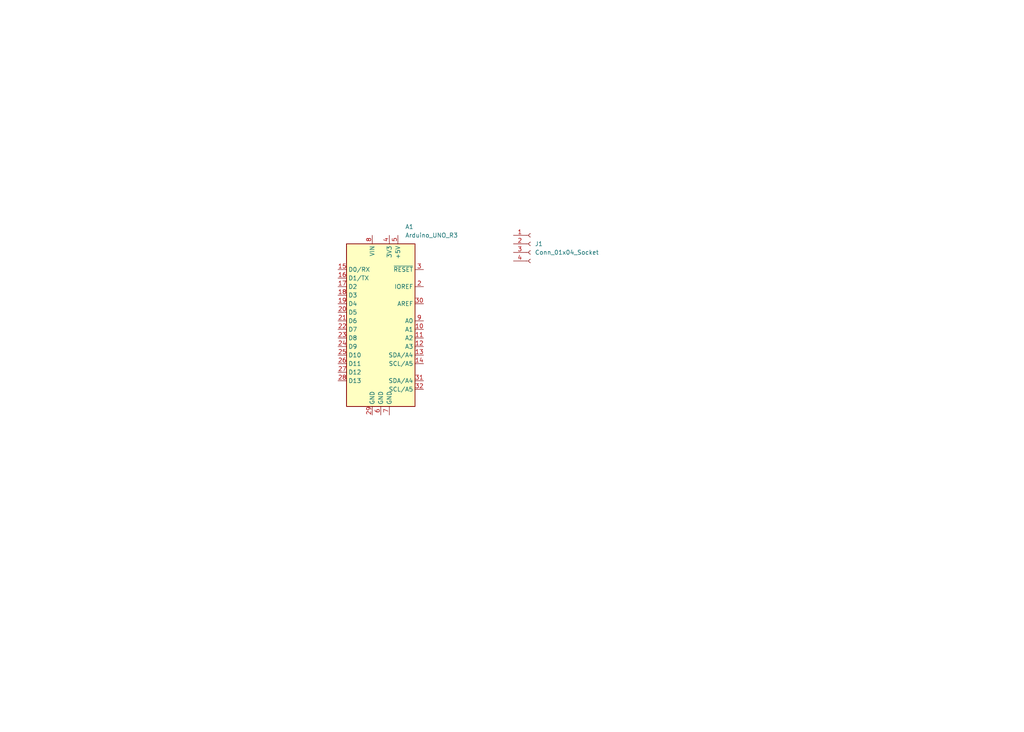
<source format=kicad_sch>
(kicad_sch (version 20250114) (generator "eeschema") (generator_version "9.0")
  (paper "User" 303.962 217.322)
  (lib_symbols
    (symbol "Connector:Conn_01x04_Socket" (pin_names (offset 1.016) (hide yes))
      (property "Reference" "J" (at 0 5.08 0))
      (property "Value" "Conn_01x04_Socket" (at 0 -7.62 0))
      (symbol "Conn_01x04_Socket_1_1"
        (polyline (pts (xy -1.27 2.54) (xy -0.508 2.54)) (stroke (width 0.1524)))
        (polyline (pts (xy -1.27 0) (xy -0.508 0)) (stroke (width 0.1524)))
        (polyline (pts (xy -1.27 -2.54) (xy -0.508 -2.54)) (stroke (width 0.1524)))
        (polyline (pts (xy -1.27 -5.08) (xy -0.508 -5.08)) (stroke (width 0.1524)))
        (arc (start 0 2.032) (mid -0.5058 2.54) (end 0 3.048) (stroke (width 0.1524)))
        (arc (start 0 -0.508) (mid -0.5058 0) (end 0 0.508) (stroke (width 0.1524)))
        (arc (start 0 -3.048) (mid -0.5058 -2.54) (end 0 -2.032) (stroke (width 0.1524)))
        (arc (start 0 -5.588) (mid -0.5058 -5.08) (end 0 -4.572) (stroke (width 0.1524)))
        (pin passive line (at -5.08 2.54 0) (length 3.81) (name "Pin_1") (number "1"))
        (pin passive line (at -5.08 0 0) (length 3.81) (name "Pin_2") (number "2"))
        (pin passive line (at -5.08 -2.54 0) (length 3.81) (name "Pin_3") (number "3"))
        (pin passive line (at -5.08 -5.08 0) (length 3.81) (name "Pin_4") (number "4"))
      )
    )
    (symbol "MCU_Module:Arduino_UNO_R3"
      (property "Reference" "A" (at -10.16 23.495 0))
      (property "Value" "Arduino_UNO_R3" (at 5.08 -26.67 0))
      (symbol "Arduino_UNO_R3_0_1"
        (rectangle (start -10.16 22.86) (end 10.16 -25.4) (stroke (width 0.254)) (fill (type background)))
      )
      (symbol "Arduino_UNO_R3_1_1"
        (pin bidirectional line (at -12.7 15.24 0) (length 2.54) (name "D0/RX") (number "15"))
        (pin bidirectional line (at -12.7 12.7 0) (length 2.54) (name "D1/TX") (number "16"))
        (pin bidirectional line (at -12.7 10.16 0) (length 2.54) (name "D2") (number "17"))
        (pin bidirectional line (at -12.7 7.62 0) (length 2.54) (name "D3") (number "18"))
        (pin bidirectional line (at -12.7 5.08 0) (length 2.54) (name "D4") (number "19"))
        (pin bidirectional line (at -12.7 2.54 0) (length 2.54) (name "D5") (number "20"))
        (pin bidirectional line (at -12.7 0 0) (length 2.54) (name "D6") (number "21"))
        (pin bidirectional line (at -12.7 -2.54 0) (length 2.54) (name "D7") (number "22"))
        (pin bidirectional line (at -12.7 -5.08 0) (length 2.54) (name "D8") (number "23"))
        (pin bidirectional line (at -12.7 -7.62 0) (length 2.54) (name "D9") (number "24"))
        (pin bidirectional line (at -12.7 -10.16 0) (length 2.54) (name "D10") (number "25"))
        (pin bidirectional line (at -12.7 -12.7 0) (length 2.54) (name "D11") (number "26"))
        (pin bidirectional line (at -12.7 -15.24 0) (length 2.54) (name "D12") (number "27"))
        (pin bidirectional line (at -12.7 -17.78 0) (length 2.54) (name "D13") (number "28"))
        (pin no_connect line (at -10.16 -20.32 0) (length 2.54) (hide yes) (name "NC") (number "1"))
        (pin power_in line (at -2.54 25.4 270) (length 2.54) (name "VIN") (number "8"))
        (pin power_in line (at -2.54 -27.94 90) (length 2.54) (name "GND") (number "29"))
        (pin power_in line (at 0 -27.94 90) (length 2.54) (name "GND") (number "6"))
        (pin power_out line (at 2.54 25.4 270) (length 2.54) (name "3V3") (number "4"))
        (pin power_in line (at 2.54 -27.94 90) (length 2.54) (name "GND") (number "7"))
        (pin power_out line (at 5.08 25.4 270) (length 2.54) (name "+5V") (number "5"))
        (pin input line (at 12.7 15.24 180) (length 2.54) (name "~{RESET}") (number "3"))
        (pin output line (at 12.7 10.16 180) (length 2.54) (name "IOREF") (number "2"))
        (pin input line (at 12.7 5.08 180) (length 2.54) (name "AREF") (number "30"))
        (pin bidirectional line (at 12.7 0 180) (length 2.54) (name "A0") (number "9"))
        (pin bidirectional line (at 12.7 -2.54 180) (length 2.54) (name "A1") (number "10"))
        (pin bidirectional line (at 12.7 -5.08 180) (length 2.54) (name "A2") (number "11"))
        (pin bidirectional line (at 12.7 -7.62 180) (length 2.54) (name "A3") (number "12"))
        (pin bidirectional line (at 12.7 -10.16 180) (length 2.54) (name "SDA/A4") (number "13"))
        (pin bidirectional line (at 12.7 -12.7 180) (length 2.54) (name "SCL/A5") (number "14"))
        (pin bidirectional line (at 12.7 -17.78 180) (length 2.54) (name "SDA/A4") (number "31"))
        (pin bidirectional line (at 12.7 -20.32 180) (length 2.54) (name "SCL/A5") (number "32"))
      )
    )
  )
  (symbol (lib_id "MCU_Module:Arduino_UNO_R3") (at 113.03 95.25 0) (unit 1)
    (property "Reference" "A1" (at 120.2533 67.31 0) (effects (justify left)))
    (property "Value" "Arduino_UNO_R3" (at 120.2533 69.85 0) (effects (justify left)))
    (property "Footprint" "Module:Arduino_UNO_R3" (effects (hide yes)))
    (property "Datasheet" "https://www.arduino.cc/en/Main/arduinoBoardUno" (effects (hide yes)))
    (property "Description" "Arduino UNO Microcontroller Module, release 3" (effects (hide yes)))
  )
  (symbol (lib_id "Connector:Conn_01x04_Socket") (at 157.48 72.39 0) (unit 1)
    (property "Reference" "J1" (at 158.75 72.3899 0) (effects (justify left)))
    (property "Value" "Conn_01x04_Socket" (at 158.75 74.9299 0) (effects (justify left)))
    (property "Description" "Generic connector, single row, 01x04, script generated" (effects (hide yes)))
  )
)
</source>
